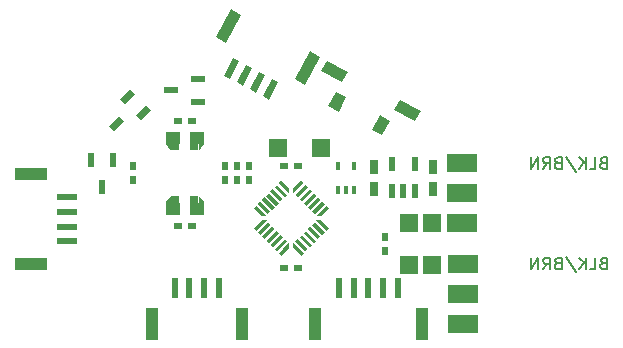
<source format=gbr>
G04 #@! TF.FileFunction,Soldermask,Bot*
%FSLAX46Y46*%
G04 Gerber Fmt 4.6, Leading zero omitted, Abs format (unit mm)*
G04 Created by KiCad (PCBNEW 4.0.7-e2-6376~58~ubuntu14.04.1) date Wed Aug  8 14:24:41 2018*
%MOMM*%
%LPD*%
G01*
G04 APERTURE LIST*
%ADD10C,0.100000*%
%ADD11C,0.140000*%
%ADD12R,0.600000X1.700000*%
%ADD13R,1.000000X2.700000*%
%ADD14R,1.700000X0.600000*%
%ADD15R,2.700000X1.000000*%
%ADD16R,2.540000X1.500000*%
%ADD17R,0.750000X1.200000*%
%ADD18R,1.600000X1.600000*%
%ADD19R,1.200000X0.600000*%
%ADD20R,0.600000X1.200000*%
%ADD21R,0.300000X0.800000*%
%ADD22R,0.800000X1.600000*%
%ADD23R,1.200000X1.000000*%
%ADD24R,0.500000X0.800000*%
%ADD25R,0.800000X0.500000*%
G04 APERTURE END LIST*
D10*
D11*
X212420952Y-65618571D02*
X212278095Y-65666190D01*
X212230476Y-65713810D01*
X212182857Y-65809048D01*
X212182857Y-65951905D01*
X212230476Y-66047143D01*
X212278095Y-66094762D01*
X212373333Y-66142381D01*
X212754286Y-66142381D01*
X212754286Y-65142381D01*
X212420952Y-65142381D01*
X212325714Y-65190000D01*
X212278095Y-65237619D01*
X212230476Y-65332857D01*
X212230476Y-65428095D01*
X212278095Y-65523333D01*
X212325714Y-65570952D01*
X212420952Y-65618571D01*
X212754286Y-65618571D01*
X211278095Y-66142381D02*
X211754286Y-66142381D01*
X211754286Y-65142381D01*
X210944762Y-66142381D02*
X210944762Y-65142381D01*
X210373333Y-66142381D02*
X210801905Y-65570952D01*
X210373333Y-65142381D02*
X210944762Y-65713810D01*
X209230476Y-65094762D02*
X210087619Y-66380476D01*
X208563809Y-65618571D02*
X208420952Y-65666190D01*
X208373333Y-65713810D01*
X208325714Y-65809048D01*
X208325714Y-65951905D01*
X208373333Y-66047143D01*
X208420952Y-66094762D01*
X208516190Y-66142381D01*
X208897143Y-66142381D01*
X208897143Y-65142381D01*
X208563809Y-65142381D01*
X208468571Y-65190000D01*
X208420952Y-65237619D01*
X208373333Y-65332857D01*
X208373333Y-65428095D01*
X208420952Y-65523333D01*
X208468571Y-65570952D01*
X208563809Y-65618571D01*
X208897143Y-65618571D01*
X207325714Y-66142381D02*
X207659048Y-65666190D01*
X207897143Y-66142381D02*
X207897143Y-65142381D01*
X207516190Y-65142381D01*
X207420952Y-65190000D01*
X207373333Y-65237619D01*
X207325714Y-65332857D01*
X207325714Y-65475714D01*
X207373333Y-65570952D01*
X207420952Y-65618571D01*
X207516190Y-65666190D01*
X207897143Y-65666190D01*
X206897143Y-66142381D02*
X206897143Y-65142381D01*
X206325714Y-66142381D01*
X206325714Y-65142381D01*
X212420952Y-57118571D02*
X212278095Y-57166190D01*
X212230476Y-57213810D01*
X212182857Y-57309048D01*
X212182857Y-57451905D01*
X212230476Y-57547143D01*
X212278095Y-57594762D01*
X212373333Y-57642381D01*
X212754286Y-57642381D01*
X212754286Y-56642381D01*
X212420952Y-56642381D01*
X212325714Y-56690000D01*
X212278095Y-56737619D01*
X212230476Y-56832857D01*
X212230476Y-56928095D01*
X212278095Y-57023333D01*
X212325714Y-57070952D01*
X212420952Y-57118571D01*
X212754286Y-57118571D01*
X211278095Y-57642381D02*
X211754286Y-57642381D01*
X211754286Y-56642381D01*
X210944762Y-57642381D02*
X210944762Y-56642381D01*
X210373333Y-57642381D02*
X210801905Y-57070952D01*
X210373333Y-56642381D02*
X210944762Y-57213810D01*
X209230476Y-56594762D02*
X210087619Y-57880476D01*
X208563809Y-57118571D02*
X208420952Y-57166190D01*
X208373333Y-57213810D01*
X208325714Y-57309048D01*
X208325714Y-57451905D01*
X208373333Y-57547143D01*
X208420952Y-57594762D01*
X208516190Y-57642381D01*
X208897143Y-57642381D01*
X208897143Y-56642381D01*
X208563809Y-56642381D01*
X208468571Y-56690000D01*
X208420952Y-56737619D01*
X208373333Y-56832857D01*
X208373333Y-56928095D01*
X208420952Y-57023333D01*
X208468571Y-57070952D01*
X208563809Y-57118571D01*
X208897143Y-57118571D01*
X207325714Y-57642381D02*
X207659048Y-57166190D01*
X207897143Y-57642381D02*
X207897143Y-56642381D01*
X207516190Y-56642381D01*
X207420952Y-56690000D01*
X207373333Y-56737619D01*
X207325714Y-56832857D01*
X207325714Y-56975714D01*
X207373333Y-57070952D01*
X207420952Y-57118571D01*
X207516190Y-57166190D01*
X207897143Y-57166190D01*
X206897143Y-57642381D02*
X206897143Y-56642381D01*
X206325714Y-57642381D01*
X206325714Y-56642381D01*
D12*
X192540000Y-67690000D03*
X191290000Y-67690000D03*
X193790000Y-67690000D03*
X195040000Y-67690000D03*
D13*
X188040000Y-70740000D03*
X197040000Y-70740000D03*
D12*
X190040000Y-67690000D03*
X177375000Y-67700000D03*
X176125000Y-67700000D03*
X178625000Y-67700000D03*
X179875000Y-67700000D03*
D13*
X174200000Y-70750000D03*
X181800000Y-70750000D03*
D14*
X167000000Y-61275000D03*
X167000000Y-60025000D03*
X167000000Y-62525000D03*
X167000000Y-63775000D03*
D15*
X163950000Y-58100000D03*
X163950000Y-65700000D03*
D10*
G36*
X182489806Y-50904095D02*
X183287908Y-49403084D01*
X183817676Y-49684767D01*
X183019574Y-51185778D01*
X182489806Y-50904095D01*
X182489806Y-50904095D01*
G37*
G36*
X183593490Y-51490934D02*
X184391592Y-49989923D01*
X184921360Y-50271606D01*
X184123258Y-51772617D01*
X183593490Y-51490934D01*
X183593490Y-51490934D01*
G37*
G36*
X181386121Y-50317255D02*
X182184223Y-48816244D01*
X182713991Y-49097927D01*
X181915889Y-50598938D01*
X181386121Y-50317255D01*
X181386121Y-50317255D01*
G37*
G36*
X180282437Y-49730416D02*
X181080539Y-48229405D01*
X181610307Y-48511088D01*
X180812205Y-50012099D01*
X180282437Y-49730416D01*
X180282437Y-49730416D01*
G37*
G36*
X186313727Y-50049256D02*
X187581300Y-47665298D01*
X188464247Y-48134770D01*
X187196674Y-50518728D01*
X186313727Y-50049256D01*
X186313727Y-50049256D01*
G37*
G36*
X179603326Y-46481272D02*
X180870899Y-44097314D01*
X181753846Y-44566786D01*
X180486273Y-46950744D01*
X179603326Y-46481272D01*
X179603326Y-46481272D01*
G37*
D16*
X200500000Y-57160000D03*
X200500000Y-59700000D03*
X200500000Y-62240000D03*
X200520000Y-65660000D03*
X200520000Y-68200000D03*
X200520000Y-70740000D03*
D17*
X198000000Y-59350000D03*
X198000000Y-57450000D03*
X193000000Y-57450000D03*
X193000000Y-59350000D03*
D18*
X197940000Y-62200000D03*
X197940000Y-65800000D03*
X195940000Y-62200000D03*
X195940000Y-65800000D03*
X188490000Y-55900000D03*
X184890000Y-55900000D03*
D10*
G36*
X170550431Y-54025305D02*
X171398959Y-53176777D01*
X171823223Y-53601041D01*
X170974695Y-54449569D01*
X170550431Y-54025305D01*
X170550431Y-54025305D01*
G37*
G36*
X171505025Y-51727208D02*
X172353553Y-50878680D01*
X172777817Y-51302944D01*
X171929289Y-52151472D01*
X171505025Y-51727208D01*
X171505025Y-51727208D01*
G37*
G36*
X172848528Y-53070711D02*
X173697056Y-52222183D01*
X174121320Y-52646447D01*
X173272792Y-53494975D01*
X172848528Y-53070711D01*
X172848528Y-53070711D01*
G37*
D19*
X175850000Y-51000000D03*
X178150000Y-50050000D03*
X178150000Y-51950000D03*
D20*
X170000000Y-59150000D03*
X169050000Y-56850000D03*
X170950000Y-56850000D03*
D21*
X191290000Y-59390000D03*
X190640000Y-59390000D03*
X189990000Y-59390000D03*
X189990000Y-57390000D03*
X191290000Y-57390000D03*
D10*
G36*
X184939340Y-64769848D02*
X185575736Y-64133452D01*
X185787868Y-64345584D01*
X185151472Y-64981980D01*
X184939340Y-64769848D01*
X184939340Y-64769848D01*
G37*
G36*
X184585787Y-64416295D02*
X185434315Y-63567767D01*
X185646447Y-63779899D01*
X184797919Y-64628427D01*
X184585787Y-64416295D01*
X184585787Y-64416295D01*
G37*
G36*
X184232233Y-64062742D02*
X185080761Y-63214214D01*
X185292893Y-63426346D01*
X184444365Y-64274874D01*
X184232233Y-64062742D01*
X184232233Y-64062742D01*
G37*
G36*
X183878680Y-63709188D02*
X184727208Y-62860660D01*
X184939340Y-63072792D01*
X184090812Y-63921320D01*
X183878680Y-63709188D01*
X183878680Y-63709188D01*
G37*
G36*
X183525126Y-63355635D02*
X184373654Y-62507107D01*
X184585786Y-62719239D01*
X183737258Y-63567767D01*
X183525126Y-63355635D01*
X183525126Y-63355635D01*
G37*
G36*
X183171573Y-63002081D02*
X184020101Y-62153553D01*
X184232233Y-62365685D01*
X183383705Y-63214213D01*
X183171573Y-63002081D01*
X183171573Y-63002081D01*
G37*
G36*
X182818020Y-62648528D02*
X183454416Y-62012132D01*
X183666548Y-62224264D01*
X183030152Y-62860660D01*
X182818020Y-62648528D01*
X182818020Y-62648528D01*
G37*
G36*
X183030152Y-60739340D02*
X183666548Y-61375736D01*
X183454416Y-61587868D01*
X182818020Y-60951472D01*
X183030152Y-60739340D01*
X183030152Y-60739340D01*
G37*
G36*
X183383705Y-60385787D02*
X184232233Y-61234315D01*
X184020101Y-61446447D01*
X183171573Y-60597919D01*
X183383705Y-60385787D01*
X183383705Y-60385787D01*
G37*
G36*
X183737258Y-60032233D02*
X184585786Y-60880761D01*
X184373654Y-61092893D01*
X183525126Y-60244365D01*
X183737258Y-60032233D01*
X183737258Y-60032233D01*
G37*
G36*
X184090812Y-59678680D02*
X184939340Y-60527208D01*
X184727208Y-60739340D01*
X183878680Y-59890812D01*
X184090812Y-59678680D01*
X184090812Y-59678680D01*
G37*
G36*
X184444365Y-59325126D02*
X185292893Y-60173654D01*
X185080761Y-60385786D01*
X184232233Y-59537258D01*
X184444365Y-59325126D01*
X184444365Y-59325126D01*
G37*
G36*
X184797919Y-58971573D02*
X185646447Y-59820101D01*
X185434315Y-60032233D01*
X184585787Y-59183705D01*
X184797919Y-58971573D01*
X184797919Y-58971573D01*
G37*
G36*
X185151472Y-58618020D02*
X185787868Y-59254416D01*
X185575736Y-59466548D01*
X184939340Y-58830152D01*
X185151472Y-58618020D01*
X185151472Y-58618020D01*
G37*
G36*
X186212132Y-59254416D02*
X186848528Y-58618020D01*
X187060660Y-58830152D01*
X186424264Y-59466548D01*
X186212132Y-59254416D01*
X186212132Y-59254416D01*
G37*
G36*
X186353553Y-59820101D02*
X187202081Y-58971573D01*
X187414213Y-59183705D01*
X186565685Y-60032233D01*
X186353553Y-59820101D01*
X186353553Y-59820101D01*
G37*
G36*
X186707107Y-60173654D02*
X187555635Y-59325126D01*
X187767767Y-59537258D01*
X186919239Y-60385786D01*
X186707107Y-60173654D01*
X186707107Y-60173654D01*
G37*
G36*
X187060660Y-60527208D02*
X187909188Y-59678680D01*
X188121320Y-59890812D01*
X187272792Y-60739340D01*
X187060660Y-60527208D01*
X187060660Y-60527208D01*
G37*
G36*
X187414214Y-60880761D02*
X188262742Y-60032233D01*
X188474874Y-60244365D01*
X187626346Y-61092893D01*
X187414214Y-60880761D01*
X187414214Y-60880761D01*
G37*
G36*
X187767767Y-61234315D02*
X188616295Y-60385787D01*
X188828427Y-60597919D01*
X187979899Y-61446447D01*
X187767767Y-61234315D01*
X187767767Y-61234315D01*
G37*
G36*
X188333452Y-61375736D02*
X188969848Y-60739340D01*
X189181980Y-60951472D01*
X188545584Y-61587868D01*
X188333452Y-61375736D01*
X188333452Y-61375736D01*
G37*
G36*
X188545584Y-62012132D02*
X189181980Y-62648528D01*
X188969848Y-62860660D01*
X188333452Y-62224264D01*
X188545584Y-62012132D01*
X188545584Y-62012132D01*
G37*
G36*
X187979899Y-62153553D02*
X188828427Y-63002081D01*
X188616295Y-63214213D01*
X187767767Y-62365685D01*
X187979899Y-62153553D01*
X187979899Y-62153553D01*
G37*
G36*
X187626346Y-62507107D02*
X188474874Y-63355635D01*
X188262742Y-63567767D01*
X187414214Y-62719239D01*
X187626346Y-62507107D01*
X187626346Y-62507107D01*
G37*
G36*
X187272792Y-62860660D02*
X188121320Y-63709188D01*
X187909188Y-63921320D01*
X187060660Y-63072792D01*
X187272792Y-62860660D01*
X187272792Y-62860660D01*
G37*
G36*
X186919239Y-63214214D02*
X187767767Y-64062742D01*
X187555635Y-64274874D01*
X186707107Y-63426346D01*
X186919239Y-63214214D01*
X186919239Y-63214214D01*
G37*
G36*
X186565685Y-63567767D02*
X187414213Y-64416295D01*
X187202081Y-64628427D01*
X186353553Y-63779899D01*
X186565685Y-63567767D01*
X186565685Y-63567767D01*
G37*
G36*
X186424264Y-64133452D02*
X187060660Y-64769848D01*
X186848528Y-64981980D01*
X186212132Y-64345584D01*
X186424264Y-64133452D01*
X186424264Y-64133452D01*
G37*
G36*
X185257538Y-64451651D02*
X185823224Y-63885965D01*
X185823224Y-64310229D01*
X185681802Y-64451651D01*
X185257538Y-64451651D01*
X185257538Y-64451651D01*
G37*
G36*
X186176776Y-63885965D02*
X186742462Y-64451651D01*
X186318198Y-64451651D01*
X186176776Y-64310229D01*
X186176776Y-63885965D01*
X186176776Y-63885965D01*
G37*
G36*
X185823224Y-59714035D02*
X185257538Y-59148349D01*
X185681802Y-59148349D01*
X185823224Y-59289771D01*
X185823224Y-59714035D01*
X185823224Y-59714035D01*
G37*
G36*
X186742462Y-59148349D02*
X186176776Y-59714035D01*
X186176776Y-59289771D01*
X186318198Y-59148349D01*
X186742462Y-59148349D01*
X186742462Y-59148349D01*
G37*
G36*
X183914035Y-61976776D02*
X183348349Y-62542462D01*
X183348349Y-62118198D01*
X183489771Y-61976776D01*
X183914035Y-61976776D01*
X183914035Y-61976776D01*
G37*
G36*
X183348349Y-61057538D02*
X183914035Y-61623224D01*
X183489771Y-61623224D01*
X183348349Y-61481802D01*
X183348349Y-61057538D01*
X183348349Y-61057538D01*
G37*
G36*
X188085965Y-61623224D02*
X188651651Y-61057538D01*
X188651651Y-61481802D01*
X188510229Y-61623224D01*
X188085965Y-61623224D01*
X188085965Y-61623224D01*
G37*
G36*
X188651651Y-62542462D02*
X188085965Y-61976776D01*
X188510229Y-61976776D01*
X188651651Y-62118198D01*
X188651651Y-62542462D01*
X188651651Y-62542462D01*
G37*
G36*
X189129708Y-52336238D02*
X189786968Y-51100111D01*
X190669916Y-51569582D01*
X190012656Y-52805709D01*
X189129708Y-52336238D01*
X189129708Y-52336238D01*
G37*
G36*
X192838088Y-54308018D02*
X193495348Y-53071891D01*
X194378296Y-53541362D01*
X193721036Y-54777489D01*
X192838088Y-54308018D01*
X192838088Y-54308018D01*
G37*
G36*
X188555366Y-49369314D02*
X189024837Y-48486367D01*
X190790732Y-49425310D01*
X190321261Y-50308257D01*
X188555366Y-49369314D01*
X188555366Y-49369314D01*
G37*
G36*
X194735999Y-52655615D02*
X195205470Y-51772668D01*
X196971365Y-52711611D01*
X196501894Y-53594558D01*
X194735999Y-52655615D01*
X194735999Y-52655615D01*
G37*
D22*
X176200000Y-60700000D03*
X177800000Y-60700000D03*
X176200000Y-55300000D03*
X177800000Y-55300000D03*
D23*
X176000000Y-55000000D03*
X178000000Y-55000000D03*
X176000000Y-61000000D03*
X178000000Y-61000000D03*
D10*
G36*
X175400000Y-55450000D02*
X175800000Y-54900000D01*
X175800000Y-56100000D01*
X175400000Y-55550000D01*
X175400000Y-55450000D01*
X175400000Y-55450000D01*
G37*
G36*
X178600000Y-55550000D02*
X178200000Y-56100000D01*
X178200000Y-54900000D01*
X178600000Y-55450000D01*
X178600000Y-55550000D01*
X178600000Y-55550000D01*
G37*
G36*
X175400000Y-60450000D02*
X175800000Y-59900000D01*
X175800000Y-61100000D01*
X175400000Y-60550000D01*
X175400000Y-60450000D01*
X175400000Y-60450000D01*
G37*
G36*
X178600000Y-60550000D02*
X178200000Y-61100000D01*
X178200000Y-59900000D01*
X178600000Y-60450000D01*
X178600000Y-60550000D01*
X178600000Y-60550000D01*
G37*
D24*
X182400000Y-57400000D03*
X182400000Y-58600000D03*
X181400000Y-57400000D03*
X181400000Y-58600000D03*
X180400000Y-57400000D03*
X180400000Y-58600000D03*
D25*
X185400000Y-66000000D03*
X186600000Y-66000000D03*
X177600000Y-62500000D03*
X176400000Y-62500000D03*
D24*
X172600000Y-57400000D03*
X172600000Y-58600000D03*
D25*
X177600000Y-53600000D03*
X176400000Y-53600000D03*
D20*
X195500000Y-59550000D03*
X196450000Y-59550000D03*
X194550000Y-59550000D03*
X194550000Y-57250000D03*
X196450000Y-57250000D03*
D24*
X193940000Y-64590000D03*
X193940000Y-63390000D03*
D25*
X186615000Y-57390000D03*
X185415000Y-57390000D03*
M02*

</source>
